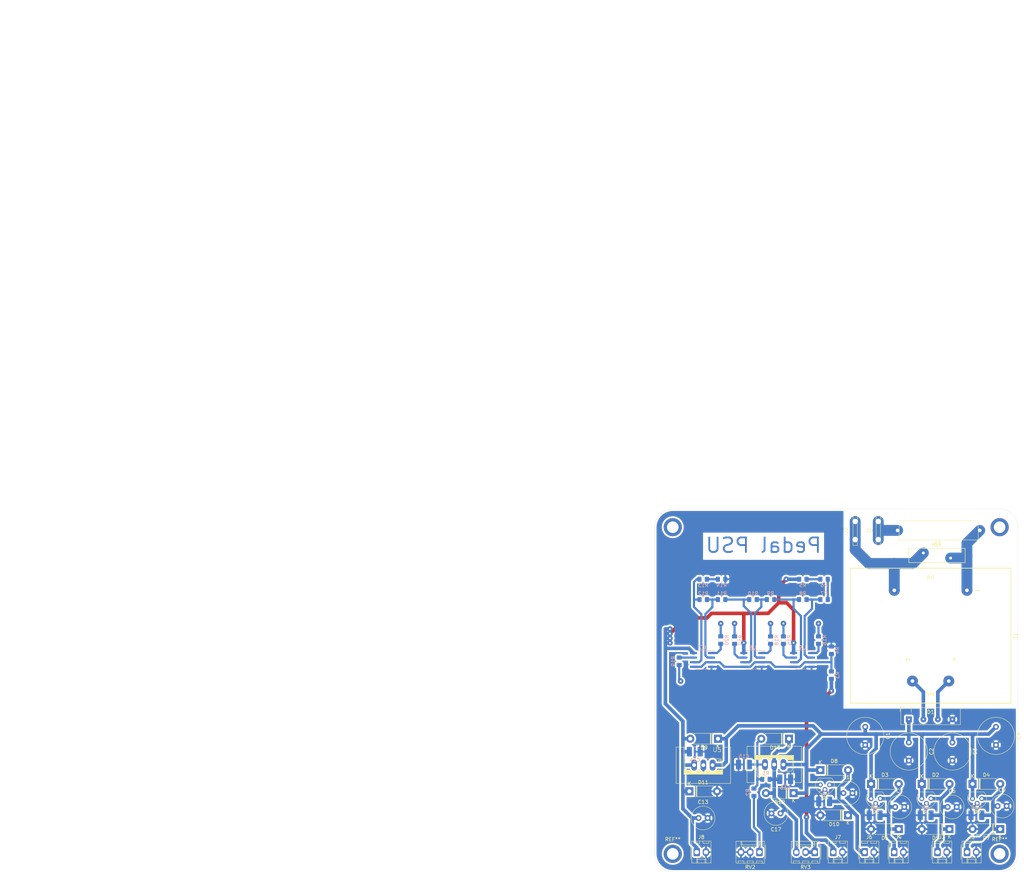
<source format=kicad_pcb>
(kicad_pcb (version 20171130) (host pcbnew 5.1.4+dfsg1-2)
  (layers (0 F.Cu signal) (31 B.Cu signal) (34 B.Paste user) (35 F.Paste user) (36 B.SilkS user) (37 F.SilkS user) (38 B.Mask user) (39 F.Mask user) (44 Edge.Cuts user))
  (net 0 "")
  (net 1 GND)
  (net 2 +12V)
  (net 3 +9V_3)
  (net 4 +9V_4)
  (net 5 +9V_2)
  (net 6 +9V_1)
  (net 7 +9V_5)
  (net 8 "Net-(C15-Pad1)")
  (net 9 "Net-(F1-Pad2)")
  (net 10 "Net-(F1-Pad1)")
  (net 11 "Net-(J2-Pad1)")
  (net 12 "Net-(R2-Pad2)")
  (net 13 V_SENSE)
  (net 14 +ADJV)
  (net 15 "Net-(R5-Pad2)")
  (net 16 "Net-(R6-Pad2)")
  (net 17 "Net-(R7-Pad2)")
  (net 18 "Net-(R8-Pad2)")
  (net 19 "Net-(R10-Pad1)")
  (net 20 "Net-(R10-Pad2)")
  (net 21 "Net-(R11-Pad2)")
  (net 22 "Net-(R12-Pad2)")
  (net 23 "Net-(R13-Pad2)")
  (net 24 "Net-(R15-Pad2)")
  (net 25 "Net-(R15-Pad1)")
  (net 26 "Net-(R16-Pad2)")
  (net 27 "Net-(R16-Pad1)")
  (net 28 "Net-(R17-Pad2)")
  (net 29 "Net-(R17-Pad1)")
  (net 30 "Net-(R18-Pad2)")
  (net 31 "Net-(R18-Pad1)")
  (net 32 "Net-(R19-Pad2)")
  (net 33 "Net-(R19-Pad1)")
  (net 34 "Net-(R20-Pad2)")
  (net 35 "Net-(R20-Pad1)")
  (net 36 "Net-(D1-Pad3)")
  (net 37 "Net-(D1-Pad2)")
  (net 38 /ADJ)
  (module Connector_Molex:Molex_KK-254_AE-6410-03A_1x03_P2.54mm_Vertical (layer F.Cu) (at 134.112 144.526 180)
    (fp_text reference RV3 (at 2.54 -4.12) (layer F.SilkS))
    (fp_text value 2K)
    (pad 3 thru_hole oval (at 5.08 0 180) (size 1.74 2.2) (drill 1.2) (layers *.Cu *.Mask) (net 38 /ADJ))
    (pad 2 thru_hole oval (at 2.54 0 180) (size 1.74 2.2) (drill 1.2) (layers *.Cu *.Mask) (net 14 +ADJV))
    (pad 1 thru_hole roundrect (at 0 0 180) (size 1.74 2.2) (drill 1.2) (layers *.Cu *.Mask) (roundrect_rratio 0.143678) (net 14 +ADJV))
  )
  (module Connector_Molex:Molex_KK-254_AE-6410-03A_1x03_P2.54mm_Vertical (layer F.Cu) (at 118.872 144.526 180)
    (fp_text reference RV2 (at 2.54 -4.12) (layer F.SilkS))
    (fp_text value 1K)
    (pad 3 thru_hole oval (at 5.08 0 180) (size 1.74 2.2) (drill 1.2) (layers *.Cu *.Mask) (net 1 GND))
    (pad 2 thru_hole oval (at 2.54 0 180) (size 1.74 2.2) (drill 1.2) (layers *.Cu *.Mask) (net 1 GND))
    (pad 1 thru_hole roundrect (at 0 0 180) (size 1.74 2.2) (drill 1.2) (layers *.Cu *.Mask) (roundrect_rratio 0.143678) (net 12 "Net-(R2-Pad2)"))
  )
  (module PartsStash:Transformer_V42AJ (layer F.Cu) (at 156 72.39 270)
    (fp_text reference T1 (at 12.5 -33.5 270) (layer F.SilkS))
    (fp_text value Transformer_1P_1S)
    (fp_text user 4 (at 19.05 -16.51 270) (layer F.SilkS))
    (fp_text user 3 (at 19.05 -3.81 270) (layer F.SilkS))
    (fp_text user Sec (at 28.5 -10) (layer F.SilkS))
    (fp_text user Pri (at -3.5 -10) (layer F.SilkS))
    (fp_text user 1 (at 0 -22.86 270) (layer F.SilkS))
    (pad 2 thru_hole circle (at 0 0 270) (size 3 3) (drill 1) (layers *.Cu *.Mask) (net 11 "Net-(J2-Pad1)"))
    (pad 1 thru_hole circle (at 0 -20 270) (size 3 3) (drill 1) (layers *.Cu *.Mask) (net 10 "Net-(F1-Pad1)"))
    (pad 4 thru_hole circle (at 25 -15 270) (size 3 3) (drill 1) (layers *.Cu *.Mask) (net 36 "Net-(D1-Pad3)"))
    (pad 3 thru_hole circle (at 25 -5 270) (size 3 3) (drill 1) (layers *.Cu *.Mask) (net 37 "Net-(D1-Pad2)"))
  )
  (module Connector:Banana_Jack_1Pin (layer F.Cu) (at 95 145)
    (fp_text reference REF** (at 0 -4) (layer F.SilkS))
    (fp_text value Banana_Jack_1Pin)
    (pad 1 thru_hole circle (at 0 0) (size 5 5) (drill 3.2) (layers *.Cu *.Mask))
  )
  (module Package_TO_SOT_THT:TO-92 (layer F.Cu) (at 180.086 129.794 180)
    (fp_text reference U3 (at 1.27 -3.56 180) (layer F.SilkS))
    (fp_text value LM78L09)
    (pad 1 thru_hole circle (at 0 0 270) (size 1.3 1.3) (drill 0.75) (layers *.Cu *.Mask) (net 5 +9V_2))
    (pad 3 thru_hole circle (at 2.54 0 270) (size 1.3 1.3) (drill 0.75) (layers *.Cu *.Mask) (net 2 +12V))
    (pad 2 thru_hole circle (at 1.27 -1.27 270) (size 1.3 1.3) (drill 0.75) (layers *.Cu *.Mask) (net 1 GND))
  )
  (module Package_TO_SOT_THT:TO-92 (layer F.Cu) (at 166.116 129.794 180)
    (fp_text reference U1 (at 1.27 -3.56 180) (layer F.SilkS))
    (fp_text value LM78L09)
    (pad 1 thru_hole circle (at 0 0 270) (size 1.3 1.3) (drill 0.75) (layers *.Cu *.Mask) (net 3 +9V_3))
    (pad 3 thru_hole circle (at 2.54 0 270) (size 1.3 1.3) (drill 0.75) (layers *.Cu *.Mask) (net 2 +12V))
    (pad 2 thru_hole circle (at 1.27 -1.27 270) (size 1.3 1.3) (drill 0.75) (layers *.Cu *.Mask) (net 1 GND))
  )
  (module Package_TO_SOT_THT:TO-92 (layer F.Cu) (at 138.176 125.984 180)
    (fp_text reference U4 (at 1.27 -3.56) (layer F.SilkS))
    (fp_text value LM78L09)
    (pad 1 thru_hole circle (at 0 0 270) (size 1.3 1.3) (drill 0.75) (layers *.Cu *.Mask) (net 6 +9V_1))
    (pad 3 thru_hole circle (at 2.54 0 270) (size 1.3 1.3) (drill 0.75) (layers *.Cu *.Mask) (net 2 +12V))
    (pad 2 thru_hole circle (at 1.27 -1.27 270) (size 1.3 1.3) (drill 0.75) (layers *.Cu *.Mask) (net 1 GND))
  )
  (module Package_TO_SOT_THT:TO-92 (layer F.Cu) (at 152.146 129.794 180)
    (fp_text reference U2 (at 1.27 -3.56 180) (layer F.SilkS))
    (fp_text value LM78L09)
    (pad 1 thru_hole circle (at 0 0 270) (size 1.3 1.3) (drill 0.75) (layers *.Cu *.Mask) (net 4 +9V_4))
    (pad 3 thru_hole circle (at 2.54 0 270) (size 1.3 1.3) (drill 0.75) (layers *.Cu *.Mask) (net 2 +12V))
    (pad 2 thru_hole circle (at 1.27 -1.27 270) (size 1.3 1.3) (drill 0.75) (layers *.Cu *.Mask) (net 1 GND))
  )
  (module Connector_Molex:Molex_KK-254_AE-6410-02A_1x02_P2.54mm_Vertical (layer F.Cu) (at 101.6 144.526)
    (fp_text reference J8 (at 1.27 -4.12) (layer F.SilkS))
    (fp_text value Conn_01x02_Male)
    (pad 2 thru_hole oval (at 2.54 0) (size 1.74 2.2) (drill 1.2) (layers *.Cu *.Mask) (net 1 GND))
    (pad 1 thru_hole roundrect (at 0 0) (size 1.74 2.2) (drill 1.2) (layers *.Cu *.Mask) (roundrect_rratio 0.143678) (net 7 +9V_5))
  )
  (module Connector_Molex:Molex_KK-254_AE-6410-02A_1x02_P2.54mm_Vertical (layer F.Cu) (at 139.192 144.526)
    (fp_text reference J7 (at 1.27 -4.12) (layer F.SilkS))
    (fp_text value Conn_01x02_Male)
    (pad 2 thru_hole oval (at 2.54 0) (size 1.74 2.2) (drill 1.2) (layers *.Cu *.Mask) (net 1 GND))
    (pad 1 thru_hole roundrect (at 0 0) (size 1.74 2.2) (drill 1.2) (layers *.Cu *.Mask) (roundrect_rratio 0.143678) (net 14 +ADJV))
  )
  (module Connector_Molex:Molex_KK-254_AE-6410-02A_1x02_P2.54mm_Vertical (layer F.Cu) (at 147.828 144.526)
    (fp_text reference J6 (at 1.27 -4.12) (layer F.SilkS))
    (fp_text value Conn_01x02_Male)
    (pad 2 thru_hole oval (at 2.54 0) (size 1.74 2.2) (drill 1.2) (layers *.Cu *.Mask) (net 1 GND))
    (pad 1 thru_hole roundrect (at 0 0) (size 1.74 2.2) (drill 1.2) (layers *.Cu *.Mask) (roundrect_rratio 0.143678) (net 6 +9V_1))
  )
  (module Connector_Molex:Molex_KK-254_AE-6410-02A_1x02_P2.54mm_Vertical (layer F.Cu) (at 176.022 144.526)
    (fp_text reference J5 (at 1.27 -4.12) (layer F.SilkS))
    (fp_text value Conn_01x02_Male)
    (pad 2 thru_hole oval (at 2.54 0) (size 1.74 2.2) (drill 1.2) (layers *.Cu *.Mask) (net 1 GND))
    (pad 1 thru_hole roundrect (at 0 0) (size 1.74 2.2) (drill 1.2) (layers *.Cu *.Mask) (roundrect_rratio 0.143678) (net 5 +9V_2))
  )
  (module Connector_Molex:Molex_KK-254_AE-6410-02A_1x02_P2.54mm_Vertical (layer F.Cu) (at 155.956 144.526)
    (fp_text reference J4 (at 1.27 -4.12) (layer F.SilkS))
    (fp_text value Conn_01x02_Male)
    (pad 2 thru_hole oval (at 2.54 0) (size 1.74 2.2) (drill 1.2) (layers *.Cu *.Mask) (net 1 GND))
    (pad 1 thru_hole roundrect (at 0 0) (size 1.74 2.2) (drill 1.2) (layers *.Cu *.Mask) (roundrect_rratio 0.143678) (net 4 +9V_4))
  )
  (module Connector_Molex:Molex_KK-254_AE-6410-02A_1x02_P2.54mm_Vertical (layer F.Cu) (at 167.894 144.526)
    (fp_text reference J3 (at 1.27 -4.12) (layer F.SilkS))
    (fp_text value Conn_01x02_Male)
    (pad 2 thru_hole oval (at 2.54 0) (size 1.74 2.2) (drill 1.2) (layers *.Cu *.Mask) (net 1 GND))
    (pad 1 thru_hole roundrect (at 0 0) (size 1.74 2.2) (drill 1.2) (layers *.Cu *.Mask) (roundrect_rratio 0.143678) (net 3 +9V_3))
  )
  (module PartsStash:TO220_Vertical_Radiator_L15mm_W10mm (layer F.Cu) (at 122.936 117.856)
    (fp_text reference U6 (at -5.08 6.0452) (layer F.SilkS) (effects (font (size 1.2065 1.2065) (thickness 0.127)) (justify left bottom)))
    (fp_text value LM317_3PinPackage)
    (pad 3 thru_hole oval (at 2.54 2.54 90) (size 3.048 1.524) (drill 1.016) (layers *.Cu *.Mask) (net 2 +12V))
    (pad 2 thru_hole oval (at 0 2.54 90) (size 3.048 1.524) (drill 1.016) (layers *.Cu *.Mask) (net 38 /ADJ))
    (pad 1 thru_hole oval (at -2.54 2.54 90) (size 3.048 1.524) (drill 1.016) (layers *.Cu *.Mask) (net 8 "Net-(C15-Pad1)"))
  )
  (module Diode_THT:D_DO-41_SOD81_P7.62mm_Horizontal (layer F.Cu) (at 127 113.284 180)
    (fp_text reference D13 (at 3.81 -2.47) (layer F.SilkS))
    (fp_text value 1N4001)
    (fp_text user K (at 0 -2.1) (layer F.SilkS))
    (pad 2 thru_hole oval (at 7.62 0 180) (size 2.2 2.2) (drill 1.1) (layers *.Cu *.Mask) (net 8 "Net-(C15-Pad1)"))
    (pad 1 thru_hole rect (at 0 0 180) (size 2.2 2.2) (drill 1.1) (layers *.Cu *.Mask) (net 38 /ADJ))
  )
  (module Diode_THT:D_DO-41_SOD81_P7.62mm_Horizontal (layer F.Cu) (at 128.27 128.27 180)
    (fp_text reference D12 (at 3.81 -2.47) (layer F.SilkS))
    (fp_text value 1N4001)
    (fp_text user K (at 0 -2.1) (layer F.SilkS))
    (pad 2 thru_hole oval (at 7.62 0 180) (size 2.2 2.2) (drill 1.1) (layers *.Cu *.Mask) (net 38 /ADJ))
    (pad 1 thru_hole rect (at 0 0 180) (size 2.2 2.2) (drill 1.1) (layers *.Cu *.Mask) (net 2 +12V))
  )
  (module Diode_THT:D_DO-41_SOD81_P7.62mm_Horizontal (layer F.Cu) (at 99.568 127.762)
    (fp_text reference D11 (at 3.81 -2.47) (layer F.SilkS))
    (fp_text value 1N4001)
    (fp_text user K (at 0 -2.1) (layer F.SilkS))
    (pad 2 thru_hole oval (at 7.62 0) (size 2.2 2.2) (drill 1.1) (layers *.Cu *.Mask) (net 1 GND))
    (pad 1 thru_hole rect (at 0 0) (size 2.2 2.2) (drill 1.1) (layers *.Cu *.Mask) (net 7 +9V_5))
  )
  (module Diode_THT:D_DO-41_SOD81_P7.62mm_Horizontal (layer F.Cu) (at 143.256 134.366 180)
    (fp_text reference D10 (at 3.81 -2.47) (layer F.SilkS))
    (fp_text value 1N4001)
    (fp_text user K (at 0 -2.1) (layer F.SilkS))
    (pad 2 thru_hole oval (at 7.62 0 180) (size 2.2 2.2) (drill 1.1) (layers *.Cu *.Mask) (net 1 GND))
    (pad 1 thru_hole rect (at 0 0 180) (size 2.2 2.2) (drill 1.1) (layers *.Cu *.Mask) (net 6 +9V_1))
  )
  (module Diode_THT:D_DO-41_SOD81_P7.62mm_Horizontal (layer F.Cu) (at 107.442 113.284 180)
    (fp_text reference D9 (at 3.81 -2.47) (layer F.SilkS))
    (fp_text value 1N4001)
    (fp_text user K (at 0 -2.1) (layer F.SilkS))
    (pad 2 thru_hole oval (at 7.62 0 180) (size 2.2 2.2) (drill 1.1) (layers *.Cu *.Mask) (net 7 +9V_5))
    (pad 1 thru_hole rect (at 0 0 180) (size 2.2 2.2) (drill 1.1) (layers *.Cu *.Mask) (net 2 +12V))
  )
  (module Diode_THT:D_DO-41_SOD81_P7.62mm_Horizontal (layer F.Cu) (at 135.636 121.92)
    (fp_text reference D8 (at 3.81 -2.47) (layer F.SilkS))
    (fp_text value 1N4001)
    (fp_text user K (at 0 -2.1) (layer F.SilkS))
    (pad 2 thru_hole oval (at 7.62 0) (size 2.2 2.2) (drill 1.1) (layers *.Cu *.Mask) (net 6 +9V_1))
    (pad 1 thru_hole rect (at 0 0) (size 2.2 2.2) (drill 1.1) (layers *.Cu *.Mask) (net 2 +12V))
  )
  (module Diode_THT:D_DO-41_SOD81_P7.62mm_Horizontal (layer F.Cu) (at 185.166 138.176 180)
    (fp_text reference D7 (at 3.81 -2.47) (layer F.SilkS))
    (fp_text value 1N4001)
    (fp_text user K (at 0 -2.1) (layer F.SilkS))
    (pad 2 thru_hole oval (at 7.62 0 180) (size 2.2 2.2) (drill 1.1) (layers *.Cu *.Mask) (net 1 GND))
    (pad 1 thru_hole rect (at 0 0 180) (size 2.2 2.2) (drill 1.1) (layers *.Cu *.Mask) (net 5 +9V_2))
  )
  (module Diode_THT:D_DO-41_SOD81_P7.62mm_Horizontal (layer F.Cu) (at 157.226 138.176 180)
    (fp_text reference D6 (at 3.81 -2.47) (layer F.SilkS))
    (fp_text value 1N4001)
    (fp_text user K (at 0 -2.1) (layer F.SilkS))
    (pad 2 thru_hole oval (at 7.62 0 180) (size 2.2 2.2) (drill 1.1) (layers *.Cu *.Mask) (net 1 GND))
    (pad 1 thru_hole rect (at 0 0 180) (size 2.2 2.2) (drill 1.1) (layers *.Cu *.Mask) (net 4 +9V_4))
  )
  (module Diode_THT:D_DO-41_SOD81_P7.62mm_Horizontal (layer F.Cu) (at 171.196 138.176 180)
    (fp_text reference D5 (at 3.81 -2.47) (layer F.SilkS))
    (fp_text value 1N4001)
    (fp_text user K (at 0 -2.1) (layer F.SilkS))
    (pad 2 thru_hole oval (at 7.62 0 180) (size 2.2 2.2) (drill 1.1) (layers *.Cu *.Mask) (net 1 GND))
    (pad 1 thru_hole rect (at 0 0 180) (size 2.2 2.2) (drill 1.1) (layers *.Cu *.Mask) (net 3 +9V_3))
  )
  (module Diode_THT:D_DO-41_SOD81_P7.62mm_Horizontal (layer F.Cu) (at 177.546 125.73)
    (fp_text reference D4 (at 3.81 -2.47) (layer F.SilkS))
    (fp_text value 1N4001)
    (fp_text user K (at 0 -2.1) (layer F.SilkS))
    (pad 2 thru_hole oval (at 7.62 0) (size 2.2 2.2) (drill 1.1) (layers *.Cu *.Mask) (net 5 +9V_2))
    (pad 1 thru_hole rect (at 0 0) (size 2.2 2.2) (drill 1.1) (layers *.Cu *.Mask) (net 2 +12V))
  )
  (module Diode_THT:D_DO-41_SOD81_P7.62mm_Horizontal (layer F.Cu) (at 149.606 125.73)
    (fp_text reference D3 (at 3.81 -2.47) (layer F.SilkS))
    (fp_text value 1N4001)
    (fp_text user K (at 0 -2.1) (layer F.SilkS))
    (pad 2 thru_hole oval (at 7.62 0) (size 2.2 2.2) (drill 1.1) (layers *.Cu *.Mask) (net 4 +9V_4))
    (pad 1 thru_hole rect (at 0 0) (size 2.2 2.2) (drill 1.1) (layers *.Cu *.Mask) (net 2 +12V))
  )
  (module Diode_THT:D_DO-41_SOD81_P7.62mm_Horizontal (layer F.Cu) (at 163.576 125.73)
    (fp_text reference D2 (at 3.81 -2.47) (layer F.SilkS))
    (fp_text value 1N4001)
    (fp_text user K (at 0 -2.1) (layer F.SilkS))
    (pad 2 thru_hole oval (at 7.62 0) (size 2.2 2.2) (drill 1.1) (layers *.Cu *.Mask) (net 3 +9V_3))
    (pad 1 thru_hole rect (at 0 0) (size 2.2 2.2) (drill 1.1) (layers *.Cu *.Mask) (net 2 +12V))
  )
  (module "" (layer F.Cu) (at 0 -90)
    (fp_text reference "" (at 185 145) (layer F.SilkS) (effects (font (size 1.27 1.27))))
    (fp_text value "" (at 185 145) (layer F.SilkS) (effects (font (size 1.27 1.27))))
    (pad 1 thru_hole circle (at 185 145) (size 5 5) (drill 3.2) (layers *.Cu *.Mask))
  )
  (module "" (layer F.Cu) (at -90 -90)
    (fp_text reference "" (at 185 145) (layer F.SilkS) (effects (font (size 1.27 1.27))))
    (fp_text value "" (at 185 145) (layer F.SilkS) (effects (font (size 1.27 1.27))))
    (pad 1 thru_hole circle (at 185 145) (size 5 5) (drill 3.2) (layers *.Cu *.Mask))
  )
  (module Connector:Banana_Jack_1Pin (layer F.Cu) (at 185 145)
    (fp_text reference REF** (at 0 -4) (layer F.SilkS))
    (fp_text value Banana_Jack_1Pin)
    (pad 1 thru_hole circle (at 0 0) (size 5 5) (drill 3.2) (layers *.Cu *.Mask))
  )
  (module PartsStash:Diode_Bridge_TELPOD_GB009_p4mm (layer F.Cu) (at 160 107.95)
    (fp_text reference D1 (at 6 -2) (layer F.SilkS))
    (fp_text value D_Bridge_+AA-)
    (pad 1 thru_hole rect (at 0 0) (size 1.6 1.6) (drill 0.5) (layers *.Cu *.Mask) (net 2 +12V))
    (pad 2 thru_hole circle (at 4 0) (size 1.6 1.6) (drill 0.5) (layers *.Cu *.Mask) (net 37 "Net-(D1-Pad2)"))
    (pad 3 thru_hole circle (at 8 0) (size 1.6 1.6) (drill 0.5) (layers *.Cu *.Mask) (net 36 "Net-(D1-Pad3)"))
    (pad 4 thru_hole circle (at 12 0) (size 1.6 1.6) (drill 0.5) (layers *.Cu *.Mask) (net 1 GND))
  )
  (module PartsStash:Blade_3866B.68 (layer F.Cu) (at 151.59 58.42 90)
    (fp_text reference J1 (at 2.54 -2.54 90) (layer F.SilkS))
    (fp_text value Conn_01x01_Male hide)
    (pad 1 thru_hole circle (at 0 0 90) (size 2.5 2.5) (drill 1.5) (layers *.Cu *.Mask) (net 9 "Net-(F1-Pad2)"))
    (pad 1 thru_hole circle (at 5 0 90) (size 2.54 2.54) (drill 1.5) (layers *.Cu *.Mask) (net 9 "Net-(F1-Pad2)"))
  )
  (module Package_SO:SOIC-8_3.9x4.9mm_P1.27mm (layer B.Cu) (at 130.745 91.567 180)
    (fp_text reference U9 (at 0 3.4) (layer B.SilkS) (effects (justify mirror)))
    (fp_text value LM358)
    (pad 8 smd roundrect (at 2.475 1.905 180) (size 1.95 0.6) (layers B.Cu B.Paste B.Mask) (net 7 +9V_5))
    (pad 7 smd roundrect (at 2.475 0.635 180) (size 1.95 0.6) (layers B.Cu B.Paste B.Mask) (net 25 "Net-(R15-Pad1)"))
    (pad 6 smd roundrect (at 2.475 -0.635 180) (size 1.95 0.6) (layers B.Cu B.Paste B.Mask) (net 18 "Net-(R8-Pad2)"))
    (pad 5 smd roundrect (at 2.475 -1.905 180) (size 1.95 0.6) (layers B.Cu B.Paste B.Mask) (net 13 V_SENSE))
    (pad 4 smd roundrect (at -2.475 -1.905 180) (size 1.95 0.6) (layers B.Cu B.Paste B.Mask) (net 1 GND))
    (pad 3 smd roundrect (at -2.475 -0.635 180) (size 1.95 0.6) (layers B.Cu B.Paste B.Mask) (net 13 V_SENSE))
    (pad 2 smd roundrect (at -2.475 0.635 180) (size 1.95 0.6) (layers B.Cu B.Paste B.Mask) (net 17 "Net-(R7-Pad2)"))
    (pad 1 smd roundrect (at -2.475 1.905 180) (size 1.95 0.6) (layers B.Cu B.Paste B.Mask) (net 27 "Net-(R16-Pad1)"))
  )
  (module Package_SO:SOIC-8_3.9x4.9mm_P1.27mm (layer B.Cu) (at 117.029 91.567 180)
    (fp_text reference U8 (at 0 3.4) (layer B.SilkS) (effects (justify mirror)))
    (fp_text value LM358)
    (pad 8 smd roundrect (at 2.475 1.905 180) (size 1.95 0.6) (layers B.Cu B.Paste B.Mask) (net 7 +9V_5))
    (pad 7 smd roundrect (at 2.475 0.635 180) (size 1.95 0.6) (layers B.Cu B.Paste B.Mask) (net 29 "Net-(R17-Pad1)"))
    (pad 6 smd roundrect (at 2.475 -0.635 180) (size 1.95 0.6) (layers B.Cu B.Paste B.Mask) (net 20 "Net-(R10-Pad2)"))
    (pad 5 smd roundrect (at 2.475 -1.905 180) (size 1.95 0.6) (layers B.Cu B.Paste B.Mask) (net 13 V_SENSE))
    (pad 4 smd roundrect (at -2.475 -1.905 180) (size 1.95 0.6) (layers B.Cu B.Paste B.Mask) (net 1 GND))
    (pad 3 smd roundrect (at -2.475 -0.635 180) (size 1.95 0.6) (layers B.Cu B.Paste B.Mask) (net 13 V_SENSE))
    (pad 2 smd roundrect (at -2.475 0.635 180) (size 1.95 0.6) (layers B.Cu B.Paste B.Mask) (net 19 "Net-(R10-Pad1)"))
    (pad 1 smd roundrect (at -2.475 1.905 180) (size 1.95 0.6) (layers B.Cu B.Paste B.Mask) (net 31 "Net-(R18-Pad1)"))
  )
  (module Package_SO:SOIC-8_3.9x4.9mm_P1.27mm (layer B.Cu) (at 103.189 91.567 180)
    (fp_text reference U7 (at 0 3.4) (layer B.SilkS) (effects (justify mirror)))
    (fp_text value LM358)
    (pad 8 smd roundrect (at 2.475 1.905 180) (size 1.95 0.6) (layers B.Cu B.Paste B.Mask) (net 7 +9V_5))
    (pad 7 smd roundrect (at 2.475 0.635 180) (size 1.95 0.6) (layers B.Cu B.Paste B.Mask) (net 33 "Net-(R19-Pad1)"))
    (pad 6 smd roundrect (at 2.475 -0.635 180) (size 1.95 0.6) (layers B.Cu B.Paste B.Mask) (net 22 "Net-(R12-Pad2)"))
    (pad 5 smd roundrect (at 2.475 -1.905 180) (size 1.95 0.6) (layers B.Cu B.Paste B.Mask) (net 13 V_SENSE))
    (pad 4 smd roundrect (at -2.475 -1.905 180) (size 1.95 0.6) (layers B.Cu B.Paste B.Mask) (net 1 GND))
    (pad 3 smd roundrect (at -2.475 -0.635 180) (size 1.95 0.6) (layers B.Cu B.Paste B.Mask) (net 13 V_SENSE))
    (pad 2 smd roundrect (at -2.475 0.635 180) (size 1.95 0.6) (layers B.Cu B.Paste B.Mask) (net 21 "Net-(R11-Pad2)"))
    (pad 1 smd roundrect (at -2.475 1.905 180) (size 1.95 0.6) (layers B.Cu B.Paste B.Mask) (net 35 "Net-(R20-Pad1)"))
  )
  (module PartsStash:TO220_Vertical_Radiator_L15mm_W10mm (layer F.Cu) (at 103.426 123.09 180)
    (fp_text reference U5 (at -5.08 6.0452) (layer F.SilkS) (effects (font (size 1.2065 1.2065) (thickness 0.127)) (justify right bottom)))
    (fp_text value LM7809_TO220)
    (pad 3 thru_hole oval (at 2.54 2.54 270) (size 3.048 1.524) (drill 1.016) (layers *.Cu *.Mask) (net 7 +9V_5))
    (pad 2 thru_hole oval (at 0 2.54 270) (size 3.048 1.524) (drill 1.016) (layers *.Cu *.Mask) (net 1 GND))
    (pad 1 thru_hole oval (at -2.54 2.54 270) (size 3.048 1.524) (drill 1.016) (layers *.Cu *.Mask) (net 2 +12V))
  )
  (module Varistor:RV_Disc_D15.5mm_W3.9mm_P7.5mm (layer F.Cu) (at 171.5 63.5 180)
    (fp_text reference RV1 (at 3.75 3.65) (layer F.SilkS))
    (fp_text value Varistor)
    (pad 2 thru_hole circle (at 7.5 1.4 180) (size 1.8 1.8) (drill 0.8) (layers *.Cu *.Mask) (net 11 "Net-(J2-Pad1)"))
    (pad 1 thru_hole circle (at 0 0 180) (size 1.8 1.8) (drill 0.8) (layers *.Cu *.Mask) (net 10 "Net-(F1-Pad1)"))
  )
  (module Resistor_SMD:R_0805_2012Metric_Pad1.15x1.40mm_HandSolder (layer B.Cu) (at 108.204 86.097 90)
    (fp_text reference R20 (at 0 1.65 90) (layer B.SilkS) (effects (justify mirror)))
    (fp_text value 470R)
    (pad 2 smd roundrect (at 1.025 0 90) (size 1.15 1.4) (layers B.Cu B.Paste B.Mask) (roundrect_rratio 0.217391) (net 34 "Net-(R20-Pad2)"))
    (pad 1 smd roundrect (at -1.025 0 90) (size 1.15 1.4) (layers B.Cu B.Paste B.Mask) (roundrect_rratio 0.217391) (net 35 "Net-(R20-Pad1)"))
  )
  (module Resistor_SMD:R_0805_2012Metric_Pad1.15x1.40mm_HandSolder (layer B.Cu) (at 96.774 91.948 270)
    (fp_text reference R19 (at 0 1.65 90) (layer B.SilkS) (effects (justify mirror)))
    (fp_text value 470R)
    (pad 2 smd roundrect (at 1.025 0 270) (size 1.15 1.4) (layers B.Cu B.Paste B.Mask) (roundrect_rratio 0.217391) (net 32 "Net-(R19-Pad2)"))
    (pad 1 smd roundrect (at -1.025 0 270) (size 1.15 1.4) (layers B.Cu B.Paste B.Mask) (roundrect_rratio 0.217391) (net 33 "Net-(R19-Pad1)"))
  )
  (module Resistor_SMD:R_0805_2012Metric_Pad1.15x1.40mm_HandSolder (layer B.Cu) (at 121.92 86.115 90)
    (fp_text reference R18 (at 0 1.65 90) (layer B.SilkS) (effects (justify mirror)))
    (fp_text value 470R)
    (pad 2 smd roundrect (at 1.025 0 90) (size 1.15 1.4) (layers B.Cu B.Paste B.Mask) (roundrect_rratio 0.217391) (net 30 "Net-(R18-Pad2)"))
    (pad 1 smd roundrect (at -1.025 0 90) (size 1.15 1.4) (layers B.Cu B.Paste B.Mask) (roundrect_rratio 0.217391) (net 31 "Net-(R18-Pad1)"))
  )
  (module Resistor_SMD:R_0805_2012Metric_Pad1.15x1.40mm_HandSolder (layer B.Cu) (at 112.014 86.115 90)
    (fp_text reference R17 (at 0 1.65 90) (layer B.SilkS) (effects (justify mirror)))
    (fp_text value 470R)
    (pad 2 smd roundrect (at 1.025 0 90) (size 1.15 1.4) (layers B.Cu B.Paste B.Mask) (roundrect_rratio 0.217391) (net 28 "Net-(R17-Pad2)"))
    (pad 1 smd roundrect (at -1.025 0 90) (size 1.15 1.4) (layers B.Cu B.Paste B.Mask) (roundrect_rratio 0.217391) (net 29 "Net-(R17-Pad1)"))
  )
  (module Resistor_SMD:R_0805_2012Metric_Pad1.15x1.40mm_HandSolder (layer B.Cu) (at 135.128 86.106 90)
    (fp_text reference R16 (at 0 1.65 90) (layer B.SilkS) (effects (justify mirror)))
    (fp_text value 470R)
    (pad 2 smd roundrect (at 1.025 0 90) (size 1.15 1.4) (layers B.Cu B.Paste B.Mask) (roundrect_rratio 0.217391) (net 26 "Net-(R16-Pad2)"))
    (pad 1 smd roundrect (at -1.025 0 90) (size 1.15 1.4) (layers B.Cu B.Paste B.Mask) (roundrect_rratio 0.217391) (net 27 "Net-(R16-Pad1)"))
  )
  (module Resistor_SMD:R_0805_2012Metric_Pad1.15x1.40mm_HandSolder (layer B.Cu) (at 125.476 86.115 90)
    (fp_text reference R15 (at 0 1.65 90) (layer B.SilkS) (effects (justify mirror)))
    (fp_text value 470R)
    (pad 2 smd roundrect (at 1.025 0 90) (size 1.15 1.4) (layers B.Cu B.Paste B.Mask) (roundrect_rratio 0.217391) (net 24 "Net-(R15-Pad2)"))
    (pad 1 smd roundrect (at -1.025 0 90) (size 1.15 1.4) (layers B.Cu B.Paste B.Mask) (roundrect_rratio 0.217391) (net 25 "Net-(R15-Pad1)"))
  )
  (module Resistor_SMD:R_0805_2012Metric_Pad1.15x1.40mm_HandSolder (layer B.Cu) (at 108.449 69.342)
    (fp_text reference R14 (at 0 1.65) (layer B.SilkS) (effects (justify mirror)))
    (fp_text value 100R)
    (pad 2 smd roundrect (at 1.025 0) (size 1.15 1.4) (layers B.Cu B.Paste B.Mask) (roundrect_rratio 0.217391) (net 1 GND))
    (pad 1 smd roundrect (at -1.025 0) (size 1.15 1.4) (layers B.Cu B.Paste B.Mask) (roundrect_rratio 0.217391) (net 23 "Net-(R13-Pad2)"))
  )
  (module Resistor_SMD:R_0805_2012Metric_Pad1.15x1.40mm_HandSolder (layer B.Cu) (at 103.369 69.342)
    (fp_text reference R13 (at 0 1.65) (layer B.SilkS) (effects (justify mirror)))
    (fp_text value 3k9)
    (pad 2 smd roundrect (at 1.025 0) (size 1.15 1.4) (layers B.Cu B.Paste B.Mask) (roundrect_rratio 0.217391) (net 23 "Net-(R13-Pad2)"))
    (pad 1 smd roundrect (at -1.025 0) (size 1.15 1.4) (layers B.Cu B.Paste B.Mask) (roundrect_rratio 0.217391) (net 22 "Net-(R12-Pad2)"))
  )
  (module Resistor_SMD:R_0805_2012Metric_Pad1.15x1.40mm_HandSolder (layer B.Cu) (at 103.387 74.93 180)
    (fp_text reference R12 (at 0 1.65) (layer B.SilkS) (effects (justify mirror)))
    (fp_text value 1k)
    (pad 2 smd roundrect (at 1.025 0 180) (size 1.15 1.4) (layers B.Cu B.Paste B.Mask) (roundrect_rratio 0.217391) (net 22 "Net-(R12-Pad2)"))
    (pad 1 smd roundrect (at -1.025 0 180) (size 1.15 1.4) (layers B.Cu B.Paste B.Mask) (roundrect_rratio 0.217391) (net 21 "Net-(R11-Pad2)"))
  )
  (module Resistor_SMD:R_0805_2012Metric_Pad1.15x1.40mm_HandSolder (layer B.Cu) (at 108.449 74.93 180)
    (fp_text reference R11 (at 0 1.65) (layer B.SilkS) (effects (justify mirror)))
    (fp_text value 1k)
    (pad 2 smd roundrect (at 1.025 0 180) (size 1.15 1.4) (layers B.Cu B.Paste B.Mask) (roundrect_rratio 0.217391) (net 21 "Net-(R11-Pad2)"))
    (pad 1 smd roundrect (at -1.025 0 180) (size 1.15 1.4) (layers B.Cu B.Paste B.Mask) (roundrect_rratio 0.217391) (net 20 "Net-(R10-Pad2)"))
  )
  (module Resistor_SMD:R_0805_2012Metric_Pad1.15x1.40mm_HandSolder (layer B.Cu) (at 117.094 74.93 180)
    (fp_text reference R10 (at 0 1.65) (layer B.SilkS) (effects (justify mirror)))
    (fp_text value 1k)
    (pad 2 smd roundrect (at 1.025 0 180) (size 1.15 1.4) (layers B.Cu B.Paste B.Mask) (roundrect_rratio 0.217391) (net 20 "Net-(R10-Pad2)"))
    (pad 1 smd roundrect (at -1.025 0 180) (size 1.15 1.4) (layers B.Cu B.Paste B.Mask) (roundrect_rratio 0.217391) (net 19 "Net-(R10-Pad1)"))
  )
  (module Resistor_SMD:R_0805_2012Metric_Pad1.15x1.40mm_HandSolder (layer B.Cu) (at 121.929 74.93 180)
    (fp_text reference R9 (at 0 1.65) (layer B.SilkS) (effects (justify mirror)))
    (fp_text value 1k)
    (pad 2 smd roundrect (at 1.025 0 180) (size 1.15 1.4) (layers B.Cu B.Paste B.Mask) (roundrect_rratio 0.217391) (net 19 "Net-(R10-Pad1)"))
    (pad 1 smd roundrect (at -1.025 0 180) (size 1.15 1.4) (layers B.Cu B.Paste B.Mask) (roundrect_rratio 0.217391) (net 18 "Net-(R8-Pad2)"))
  )
  (module Resistor_SMD:R_0805_2012Metric_Pad1.15x1.40mm_HandSolder (layer B.Cu) (at 130.801 74.93 180)
    (fp_text reference R8 (at 0 1.65) (layer B.SilkS) (effects (justify mirror)))
    (fp_text value 1k)
    (pad 2 smd roundrect (at 1.025 0 180) (size 1.15 1.4) (layers B.Cu B.Paste B.Mask) (roundrect_rratio 0.217391) (net 18 "Net-(R8-Pad2)"))
    (pad 1 smd roundrect (at -1.025 0 180) (size 1.15 1.4) (layers B.Cu B.Paste B.Mask) (roundrect_rratio 0.217391) (net 17 "Net-(R7-Pad2)"))
  )
  (module Resistor_SMD:R_0805_2012Metric_Pad1.15x1.40mm_HandSolder (layer B.Cu) (at 136.661 74.93 180)
    (fp_text reference R7 (at 0 1.65) (layer B.SilkS) (effects (justify mirror)))
    (fp_text value 1k2)
    (pad 2 smd roundrect (at 1.025 0 180) (size 1.15 1.4) (layers B.Cu B.Paste B.Mask) (roundrect_rratio 0.217391) (net 17 "Net-(R7-Pad2)"))
    (pad 1 smd roundrect (at -1.025 0 180) (size 1.15 1.4) (layers B.Cu B.Paste B.Mask) (roundrect_rratio 0.217391) (net 16 "Net-(R6-Pad2)"))
  )
  (module Resistor_SMD:R_0805_2012Metric_Pad1.15x1.40mm_HandSolder (layer B.Cu) (at 136.661 69.342)
    (fp_text reference R6 (at 0 1.65) (layer B.SilkS) (effects (justify mirror)))
    (fp_text value 3k9)
    (pad 2 smd roundrect (at 1.025 0) (size 1.15 1.4) (layers B.Cu B.Paste B.Mask) (roundrect_rratio 0.217391) (net 16 "Net-(R6-Pad2)"))
    (pad 1 smd roundrect (at -1.025 0) (size 1.15 1.4) (layers B.Cu B.Paste B.Mask) (roundrect_rratio 0.217391) (net 15 "Net-(R5-Pad2)"))
  )
  (module Resistor_SMD:R_0805_2012Metric_Pad1.15x1.40mm_HandSolder (layer B.Cu) (at 130.819 69.342)
    (fp_text reference R5 (at 0 1.65) (layer B.SilkS) (effects (justify mirror)))
    (fp_text value 3k9)
    (pad 2 smd roundrect (at 1.025 0) (size 1.15 1.4) (layers B.Cu B.Paste B.Mask) (roundrect_rratio 0.217391) (net 15 "Net-(R5-Pad2)"))
    (pad 1 smd roundrect (at -1.025 0) (size 1.15 1.4) (layers B.Cu B.Paste B.Mask) (roundrect_rratio 0.217391) (net 7 +9V_5))
  )
  (module Resistor_SMD:R_0805_2012Metric_Pad1.15x1.40mm_HandSolder (layer B.Cu) (at 138.684 88.9 90)
    (fp_text reference R4 (at 0 1.65 90) (layer B.SilkS) (effects (justify mirror)))
    (fp_text value 22k)
    (pad 2 smd roundrect (at 1.025 0 90) (size 1.15 1.4) (layers B.Cu B.Paste B.Mask) (roundrect_rratio 0.217391) (net 1 GND))
    (pad 1 smd roundrect (at -1.025 0 90) (size 1.15 1.4) (layers B.Cu B.Paste B.Mask) (roundrect_rratio 0.217391) (net 13 V_SENSE))
  )
  (module Resistor_SMD:R_0805_2012Metric_Pad1.15x1.40mm_HandSolder (layer B.Cu) (at 138.684 95.767 90)
    (fp_text reference R3 (at 0 1.65 90) (layer B.SilkS) (effects (justify mirror)))
    (fp_text value 22k)
    (pad 2 smd roundrect (at 1.025 0 90) (size 1.15 1.4) (layers B.Cu B.Paste B.Mask) (roundrect_rratio 0.217391) (net 13 V_SENSE))
    (pad 1 smd roundrect (at -1.025 0 90) (size 1.15 1.4) (layers B.Cu B.Paste B.Mask) (roundrect_rratio 0.217391) (net 14 +ADJV))
  )
  (module Resistor_SMD:R_0805_2012Metric_Pad1.15x1.40mm_HandSolder (layer B.Cu) (at 117.348 128.025 270)
    (fp_text reference R2 (at 0 1.65 270) (layer B.SilkS) (effects (justify mirror)))
    (fp_text value 470)
    (pad 2 smd roundrect (at 1.025 0 270) (size 1.15 1.4) (layers B.Cu B.Paste B.Mask) (roundrect_rratio 0.217391) (net 12 "Net-(R2-Pad2)"))
    (pad 1 smd roundrect (at -1.025 0 270) (size 1.15 1.4) (layers B.Cu B.Paste B.Mask) (roundrect_rratio 0.217391) (net 8 "Net-(C15-Pad1)"))
  )
  (module Resistor_SMD:R_0805_2012Metric_Pad1.15x1.40mm_HandSolder (layer B.Cu) (at 120.659 124.46 180)
    (fp_text reference R1 (at 0 1.65) (layer B.SilkS) (effects (justify mirror)))
    (fp_text value 270)
    (pad 2 smd roundrect (at 1.025 0 180) (size 1.15 1.4) (layers B.Cu B.Paste B.Mask) (roundrect_rratio 0.217391) (net 8 "Net-(C15-Pad1)"))
    (pad 1 smd roundrect (at -1.025 0 180) (size 1.15 1.4) (layers B.Cu B.Paste B.Mask) (roundrect_rratio 0.217391) (net 38 /ADJ))
  )
  (module PartsStash:Blade_3866B.68 (layer F.Cu) (at 145.24 58.42 90)
    (fp_text reference J2 (at 2.54 -2.54 90) (layer F.SilkS))
    (fp_text value Conn_01x01_Male hide)
    (pad 1 thru_hole circle (at 0 0 90) (size 2.5 2.5) (drill 1.5) (layers *.Cu *.Mask) (net 11 "Net-(J2-Pad1)"))
    (pad 1 thru_hole circle (at 5 0 90) (size 2.54 2.54) (drill 1.5) (layers *.Cu *.Mask) (net 11 "Net-(J2-Pad1)"))
  )
  (module PartsStash:Fuse-PTF15 (layer F.Cu) (at 179.53 55.88 180)
    (fp_text reference F1 (at 11.43 -3.5) (layer F.SilkS))
    (fp_text value Fuse)
    (pad 2 thru_hole circle (at 22.6 0 180) (size 2 2) (drill 1) (layers *.Cu *.Mask) (net 9 "Net-(F1-Pad2)"))
    (pad 1 thru_hole circle (at 0 0 180) (size 2 2) (drill 1) (layers *.Cu *.Mask) (net 10 "Net-(F1-Pad1)"))
  )
  (module Capacitor_THT:C_Radial_D6.3mm_H5.0mm_P2.50mm (layer F.Cu) (at 124.674 133.858 180)
    (fp_text reference C17 (at 1.25 -4.4) (layer F.SilkS))
    (fp_text value CP)
    (pad 2 thru_hole circle (at 2.5 0 180) (size 1.6 1.6) (drill 0.8) (layers *.Cu *.Mask) (net 1 GND))
    (pad 1 thru_hole circle (at 0 0 180) (size 1.6 1.6) (drill 0.8) (layers *.Cu *.Mask) (net 38 /ADJ))
  )
  (module Capacitor_SMD:C_1210_3225Metric_Pad1.42x2.65mm_HandSolder (layer B.Cu) (at 125.9475 124.46)
    (fp_text reference C16 (at 0 2.28) (layer B.SilkS) (effects (justify mirror)))
    (fp_text value 100n)
    (pad 2 smd roundrect (at 1.4875 0) (size 1.425 2.65) (layers B.Cu B.Paste B.Mask) (roundrect_rratio 0.175439) (net 1 GND))
    (pad 1 smd roundrect (at -1.4875 0) (size 1.425 2.65) (layers B.Cu B.Paste B.Mask) (roundrect_rratio 0.175439) (net 38 /ADJ))
  )
  (module Capacitor_SMD:C_1210_3225Metric_Pad1.42x2.65mm_HandSolder (layer B.Cu) (at 114.5905 120.396 180)
    (fp_text reference C15 (at 0 2.28 180) (layer B.SilkS) (effects (justify mirror)))
    (fp_text value 100n)
    (pad 2 smd roundrect (at 1.4875 0 180) (size 1.425 2.65) (layers B.Cu B.Paste B.Mask) (roundrect_rratio 0.175439) (net 1 GND))
    (pad 1 smd roundrect (at -1.4875 0 180) (size 1.425 2.65) (layers B.Cu B.Paste B.Mask) (roundrect_rratio 0.175439) (net 8 "Net-(C15-Pad1)"))
  )
  (module Capacitor_SMD:C_1210_3225Metric_Pad1.42x2.65mm_HandSolder (layer B.Cu) (at 101.0555 116.84)
    (fp_text reference C14 (at 0 2.28) (layer B.SilkS) (effects (justify mirror)))
    (fp_text value 100n)
    (pad 2 smd roundrect (at 1.4875 0) (size 1.425 2.65) (layers B.Cu B.Paste B.Mask) (roundrect_rratio 0.175439) (net 1 GND))
    (pad 1 smd roundrect (at -1.4875 0) (size 1.425 2.65) (layers B.Cu B.Paste B.Mask) (roundrect_rratio 0.175439) (net 7 +9V_5))
  )
  (module Capacitor_THT:C_Radial_D6.3mm_H5.0mm_P2.50mm (layer F.Cu) (at 102.108 135.128)
    (fp_text reference C13 (at 1.25 -4.4) (layer F.SilkS))
    (fp_text value CP)
    (pad 2 thru_hole circle (at 2.5 0) (size 1.6 1.6) (drill 0.8) (layers *.Cu *.Mask) (net 1 GND))
    (pad 1 thru_hole circle (at 0 0) (size 1.6 1.6) (drill 0.8) (layers *.Cu *.Mask) (net 7 +9V_5))
  )
  (module Capacitor_SMD:C_1210_3225Metric_Pad1.42x2.65mm_HandSolder (layer B.Cu) (at 136.6885 130.556 180)
    (fp_text reference C12 (at 0 2.28) (layer B.SilkS) (effects (justify mirror)))
    (fp_text value 100n)
    (pad 2 smd roundrect (at 1.4875 0 180) (size 1.425 2.65) (layers B.Cu B.Paste B.Mask) (roundrect_rratio 0.175439) (net 1 GND))
    (pad 1 smd roundrect (at -1.4875 0 180) (size 1.425 2.65) (layers B.Cu B.Paste B.Mask) (roundrect_rratio 0.175439) (net 6 +9V_1))
  )
  (module Capacitor_THT:C_Radial_D6.3mm_H5.0mm_P2.50mm (layer F.Cu) (at 141.986 128.27)
    (fp_text reference C11 (at 1.25 -4.4) (layer F.SilkS))
    (fp_text value CP)
    (pad 2 thru_hole circle (at 2.5 0) (size 1.6 1.6) (drill 0.8) (layers *.Cu *.Mask) (net 1 GND))
    (pad 1 thru_hole circle (at 0 0) (size 1.6 1.6) (drill 0.8) (layers *.Cu *.Mask) (net 6 +9V_1))
  )
  (module Capacitor_SMD:C_1210_3225Metric_Pad1.42x2.65mm_HandSolder (layer B.Cu) (at 178.5985 134.366 180)
    (fp_text reference C10 (at 0 2.28) (layer B.SilkS) (effects (justify mirror)))
    (fp_text value 100n)
    (pad 2 smd roundrect (at 1.4875 0 180) (size 1.425 2.65) (layers B.Cu B.Paste B.Mask) (roundrect_rratio 0.175439) (net 1 GND))
    (pad 1 smd roundrect (at -1.4875 0 180) (size 1.425 2.65) (layers B.Cu B.Paste B.Mask) (roundrect_rratio 0.175439) (net 5 +9V_2))
  )
  (module Capacitor_THT:C_Radial_D6.3mm_H5.0mm_P2.50mm (layer F.Cu) (at 184.444 131.826)
    (fp_text reference C9 (at 1.25 -4.4) (layer F.SilkS))
    (fp_text value CP)
    (pad 2 thru_hole circle (at 2.5 0) (size 1.6 1.6) (drill 0.8) (layers *.Cu *.Mask) (net 1 GND))
    (pad 1 thru_hole circle (at 0 0) (size 1.6 1.6) (drill 0.8) (layers *.Cu *.Mask) (net 5 +9V_2))
  )
  (module Capacitor_THT:C_Radial_D10.0mm_H12.5mm_P5.00mm (layer F.Cu) (at 184 110 270)
    (fp_text reference C4 (at 2.5 -6.25 90) (layer F.SilkS))
    (fp_text value CP)
    (pad 2 thru_hole circle (at 5 0 270) (size 1.6 1.6) (drill 0.8) (layers *.Cu *.Mask) (net 1 GND))
    (pad 1 thru_hole circle (at 0 0 270) (size 1.6 1.6) (drill 0.8) (layers *.Cu *.Mask) (net 2 +12V))
  )
  (module Capacitor_SMD:C_1210_3225Metric_Pad1.42x2.65mm_HandSolder (layer B.Cu) (at 150.5855 134.366 180)
    (fp_text reference C8 (at 0 2.28) (layer B.SilkS) (effects (justify mirror)))
    (fp_text value 100n)
    (pad 2 smd roundrect (at 1.4875 0 180) (size 1.425 2.65) (layers B.Cu B.Paste B.Mask) (roundrect_rratio 0.175439) (net 1 GND))
    (pad 1 smd roundrect (at -1.4875 0 180) (size 1.425 2.65) (layers B.Cu B.Paste B.Mask) (roundrect_rratio 0.175439) (net 4 +9V_4))
  )
  (module Capacitor_SMD:C_1210_3225Metric_Pad1.42x2.65mm_HandSolder (layer B.Cu) (at 164.6285 134.366 180)
    (fp_text reference C6 (at 0 2.28) (layer B.SilkS) (effects (justify mirror)))
    (fp_text value 100n)
    (pad 2 smd roundrect (at 1.4875 0 180) (size 1.425 2.65) (layers B.Cu B.Paste B.Mask) (roundrect_rratio 0.175439) (net 1 GND))
    (pad 1 smd roundrect (at -1.4875 0 180) (size 1.425 2.65) (layers B.Cu B.Paste B.Mask) (roundrect_rratio 0.175439) (net 3 +9V_3))
  )
  (module Capacitor_THT:C_Radial_D10.0mm_H12.5mm_P5.00mm (layer F.Cu) (at 172 114.3 270)
    (fp_text reference C3 (at 2.5 -6.25 90) (layer F.SilkS))
    (fp_text value CP)
    (pad 2 thru_hole circle (at 5 0 270) (size 1.6 1.6) (drill 0.8) (layers *.Cu *.Mask) (net 1 GND))
    (pad 1 thru_hole circle (at 0 0 270) (size 1.6 1.6) (drill 0.8) (layers *.Cu *.Mask) (net 2 +12V))
  )
  (module Capacitor_THT:C_Radial_D6.3mm_H5.0mm_P2.50mm (layer F.Cu) (at 156.25 132.08)
    (fp_text reference C7 (at 1.25 -4.4) (layer F.SilkS))
    (fp_text value CP)
    (pad 2 thru_hole circle (at 2.5 0) (size 1.6 1.6) (drill 0.8) (layers *.Cu *.Mask) (net 1 GND))
    (pad 1 thru_hole circle (at 0 0) (size 1.6 1.6) (drill 0.8) (layers *.Cu *.Mask) (net 4 +9V_4))
  )
  (module Capacitor_THT:C_Radial_D6.3mm_H5.0mm_P2.50mm (layer F.Cu) (at 170.688 132.08)
    (fp_text reference C5 (at 1.25 -4.4) (layer F.SilkS))
    (fp_text value CP)
    (pad 2 thru_hole circle (at 2.5 0) (size 1.6 1.6) (drill 0.8) (layers *.Cu *.Mask) (net 1 GND))
    (pad 1 thru_hole circle (at 0 0) (size 1.6 1.6) (drill 0.8) (layers *.Cu *.Mask) (net 3 +9V_3))
  )
  (module Capacitor_THT:C_Radial_D10.0mm_H12.5mm_P5.00mm (layer F.Cu) (at 160 114.3 270)
    (fp_text reference C2 (at 2.5 -6.25 90) (layer F.SilkS))
    (fp_text value CP)
    (pad 2 thru_hole circle (at 5 0 270) (size 1.6 1.6) (drill 0.8) (layers *.Cu *.Mask) (net 1 GND))
    (pad 1 thru_hole circle (at 0 0 270) (size 1.6 1.6) (drill 0.8) (layers *.Cu *.Mask) (net 2 +12V))
  )
  (module Capacitor_THT:C_Radial_D10.0mm_H12.5mm_P5.00mm (layer F.Cu) (at 148 110 270)
    (fp_text reference C1 (at 2.5 -6.25 90) (layer F.SilkS))
    (fp_text value CP)
    (pad 2 thru_hole circle (at 5 0 270) (size 1.6 1.6) (drill 0.8) (layers *.Cu *.Mask) (net 1 GND))
    (pad 1 thru_hole circle (at 0 0 270) (size 1.6 1.6) (drill 0.8) (layers *.Cu *.Mask) (net 2 +12V))
  )
  (gr_text "Pedal PSU" (at 120 60) (layer B.Cu) (effects (font (size 4 4) (thickness 0.5)) (justify mirror)))
  (gr_arc (start 185 55) (end 190 55) (angle -90) (layer Edge.Cuts) (width 0.05))
  (gr_arc (start 95 55) (end 95 50) (angle -90) (layer Edge.Cuts) (width 0.05))
  (gr_arc (start 95 145) (end 90 145) (angle -90) (layer Edge.Cuts) (width 0.05))
  (gr_arc (start 185 145) (end 185 150) (angle -90) (layer Edge.Cuts) (width 0.05))
  (gr_line (start 90 145) (end 90 55) (layer Edge.Cuts) (width 0.05))
  (gr_line (start 185 150) (end 95 150) (layer Edge.Cuts) (width 0.05))
  (gr_line (start 190 55) (end 190 145) (layer Edge.Cuts) (width 0.05))
  (gr_line (start 95 50) (end 185 50) (layer Edge.Cuts) (width 0.05))
  (segment (start 177.546 125.73) (end 177.546 129.794) (width 1) (layer B.Cu) (net 2))
  (segment (start 163.576 125.73) (end 163.576 129.794) (width 1) (layer B.Cu) (net 2))
  (segment (start 149.606 125.73) (end 149.606 129.794) (width 1) (layer B.Cu) (net 2))
  (segment (start 160 107.95) (end 160 112) (width 1) (layer B.Cu) (net 2))
  (segment (start 160 112) (end 160 114.3) (width 1) (layer B.Cu) (net 2))
  (segment (start 182 112) (end 184 110) (width 1) (layer B.Cu) (net 2))
  (segment (start 172 114.3) (end 172 112) (width 1) (layer B.Cu) (net 2))
  (segment (start 148 110) (end 148 112) (width 1) (layer B.Cu) (net 2))
  (segment (start 163.576 112.424) (end 164 112) (width 1) (layer B.Cu) (net 2))
  (segment (start 163.576 125.73) (end 163.576 112.424) (width 1) (layer B.Cu) (net 2))
  (segment (start 160 112) (end 164 112) (width 1) (layer B.Cu) (net 2))
  (segment (start 164 112) (end 172 112) (width 1) (layer B.Cu) (net 2))
  (segment (start 177.546 112.454) (end 178 112) (width 1) (layer B.Cu) (net 2))
  (segment (start 177.546 125.73) (end 177.546 112.454) (width 1) (layer B.Cu) (net 2))
  (segment (start 172 112) (end 178 112) (width 1) (layer B.Cu) (net 2))
  (segment (start 178 112) (end 182 112) (width 1) (layer B.Cu) (net 2))
  (segment (start 149.606 125.73) (end 149.606 117.394) (width 1) (layer B.Cu) (net 2))
  (segment (start 151 116) (end 151 112) (width 1) (layer B.Cu) (net 2))
  (segment (start 149.606 117.394) (end 151 116) (width 1) (layer B.Cu) (net 2))
  (segment (start 148 112) (end 151 112) (width 1) (layer B.Cu) (net 2))
  (segment (start 151 112) (end 160 112) (width 1) (layer B.Cu) (net 2))
  (segment (start 135.904 112) (end 148 112) (width 1) (layer B.Cu) (net 2))
  (segment (start 131.826 116.078) (end 135.904 112) (width 1) (layer B.Cu) (net 2))
  (segment (start 131.826 125.73) (end 131.826 123.698) (width 1) (layer B.Cu) (net 2))
  (segment (start 131.758 128.27) (end 131.826 128.202) (width 1) (layer B.Cu) (net 2))
  (segment (start 128.27 128.27) (end 131.758 128.27) (width 1) (layer B.Cu) (net 2))
  (segment (start 125.476 120.396) (end 131.826 120.396) (width 1) (layer B.Cu) (net 2))
  (segment (start 131.826 120.396) (end 131.826 116.078) (width 1) (layer B.Cu) (net 2))
  (segment (start 108.812 120.55) (end 105.966 120.55) (width 1) (layer B.Cu) (net 2))
  (segment (start 109.728 119.634) (end 108.812 120.55) (width 1) (layer B.Cu) (net 2))
  (segment (start 107.442 113.284) (end 109.728 113.284) (width 1) (layer B.Cu) (net 2))
  (segment (start 109.728 113.284) (end 109.728 119.634) (width 1) (layer B.Cu) (net 2))
  (segment (start 109.728 113.03) (end 109.728 113.284) (width 1) (layer B.Cu) (net 2))
  (segment (start 113.03 109.728) (end 109.728 113.03) (width 1) (layer B.Cu) (net 2))
  (segment (start 135.904 112) (end 135.876 112) (width 1) (layer B.Cu) (net 2))
  (segment (start 133.604 109.728) (end 113.03 109.728) (width 1) (layer B.Cu) (net 2))
  (segment (start 135.876 112) (end 133.604 109.728) (width 1) (layer B.Cu) (net 2))
  (segment (start 133.536 121.92) (end 131.826 121.92) (width 1) (layer B.Cu) (net 2))
  (segment (start 135.636 121.92) (end 133.536 121.92) (width 1) (layer B.Cu) (net 2))
  (segment (start 131.826 123.698) (end 131.826 121.92) (width 1) (layer B.Cu) (net 2))
  (segment (start 131.826 121.92) (end 131.826 120.396) (width 1) (layer B.Cu) (net 2))
  (segment (start 134.716762 125.984) (end 131.826 125.984) (width 1) (layer B.Cu) (net 2))
  (segment (start 131.826 128.202) (end 131.826 125.984) (width 1) (layer B.Cu) (net 2))
  (segment (start 135.636 125.984) (end 134.716762 125.984) (width 1) (layer B.Cu) (net 2))
  (segment (start 131.826 125.984) (end 131.826 125.73) (width 1) (layer B.Cu) (net 2))
  (segment (start 171.196 125.73) (end 171.196 127.508) (width 1) (layer B.Cu) (net 3))
  (segment (start 168.91 129.794) (end 166.116 129.794) (width 1) (layer B.Cu) (net 3))
  (segment (start 171.196 127.508) (end 168.91 129.794) (width 1) (layer B.Cu) (net 3))
  (segment (start 169.164 132.08) (end 168.91 132.334) (width 1) (layer B.Cu) (net 3))
  (segment (start 170.688 132.08) (end 169.164 132.08) (width 1) (layer B.Cu) (net 3))
  (segment (start 168.91 129.794) (end 168.91 132.334) (width 1) (layer B.Cu) (net 3))
  (segment (start 168.91 132.334) (end 168.91 134.112) (width 1) (layer B.Cu) (net 3))
  (segment (start 168.91 134.112) (end 168.91 137.922) (width 1) (layer B.Cu) (net 3))
  (segment (start 168.656 134.366) (end 168.91 134.112) (width 1) (layer B.Cu) (net 3))
  (segment (start 166.116 134.366) (end 168.656 134.366) (width 1) (layer B.Cu) (net 3))
  (segment (start 168.91 137.99) (end 168.91 137.922) (width 1) (layer B.Cu) (net 3))
  (segment (start 169.096 138.176) (end 168.91 137.99) (width 1) (layer B.Cu) (net 3))
  (segment (start 171.196 138.176) (end 169.096 138.176) (width 1) (layer B.Cu) (net 3))
  (segment (start 167.894 144.526) (end 167.894 141.986) (width 1) (layer B.Cu) (net 3))
  (segment (start 168.91 140.97) (end 168.91 137.99) (width 1) (layer B.Cu) (net 3))
  (segment (start 167.894 141.986) (end 168.91 140.97) (width 1) (layer B.Cu) (net 3))
  (segment (start 157.226 125.73) (end 157.226 127.762) (width 1) (layer B.Cu) (net 4))
  (segment (start 157.226 127.762) (end 155.194 129.794) (width 1) (layer B.Cu) (net 4))
  (segment (start 154.432 129.794) (end 152.146 129.794) (width 1) (layer B.Cu) (net 4))
  (segment (start 155.194 129.794) (end 154.432 129.794) (width 1) (layer B.Cu) (net 4))
  (segment (start 152.073 134.366) (end 154.432 134.366) (width 1) (layer B.Cu) (net 4))
  (segment (start 155.11863 132.08) (end 154.432 132.08) (width 1) (layer B.Cu) (net 4))
  (segment (start 154.432 129.794) (end 154.432 132.08) (width 1) (layer B.Cu) (net 4))
  (segment (start 154.432 132.08) (end 154.432 134.366) (width 1) (layer B.Cu) (net 4))
  (segment (start 157.226 138.176) (end 154.432 138.176) (width 1) (layer B.Cu) (net 4))
  (segment (start 154.432 134.366) (end 154.432 138.176) (width 1) (layer B.Cu) (net 4))
  (segment (start 156.25 132.08) (end 155.11863 132.08) (width 1) (layer B.Cu) (net 4))
  (segment (start 154.432 140.208) (end 154.432 138.176) (width 1) (layer B.Cu) (net 4))
  (segment (start 155.956 144.526) (end 155.956 141.732) (width 1) (layer B.Cu) (net 4))
  (segment (start 155.956 141.732) (end 154.432 140.208) (width 1) (layer B.Cu) (net 4))
  (segment (start 185.166 125.73) (end 185.166 127.762) (width 1) (layer B.Cu) (net 5))
  (segment (start 183.134 129.794) (end 180.086 129.794) (width 1) (layer B.Cu) (net 5))
  (segment (start 185.166 127.762) (end 183.134 129.794) (width 1) (layer B.Cu) (net 5))
  (segment (start 183.134 134.112) (end 182.88 134.366) (width 1) (layer B.Cu) (net 5))
  (segment (start 182.88 134.366) (end 180.086 134.366) (width 1) (layer B.Cu) (net 5))
  (segment (start 183.31263 131.826) (end 183.134 131.64737) (width 1) (layer B.Cu) (net 5))
  (segment (start 184.444 131.826) (end 183.31263 131.826) (width 1) (layer B.Cu) (net 5))
  (segment (start 183.134 129.794) (end 183.134 131.572) (width 1) (layer B.Cu) (net 5))
  (segment (start 183.134 131.64737) (end 183.134 131.572) (width 1) (layer B.Cu) (net 5))
  (segment (start 183.134 131.572) (end 183.134 133.604) (width 1) (layer B.Cu) (net 5))
  (segment (start 183.134 133.604) (end 183.134 134.112) (width 1) (layer B.Cu) (net 5))
  (segment (start 183.642 138.176) (end 183.134 137.668) (width 1) (layer B.Cu) (net 5))
  (segment (start 185.166 138.176) (end 183.642 138.176) (width 1) (layer B.Cu) (net 5))
  (segment (start 183.134 137.484) (end 183.134 136.652) (width 1) (layer B.Cu) (net 5))
  (segment (start 183.134 137.668) (end 183.134 136.652) (width 1) (layer B.Cu) (net 5))
  (segment (start 183.134 136.652) (end 183.134 133.604) (width 1) (layer B.Cu) (net 5))
  (segment (start 179.832 140.97) (end 183.134 137.668) (width 1) (layer B.Cu) (net 5))
  (segment (start 177.292 140.97) (end 179.832 140.97) (width 1) (layer B.Cu) (net 5))
  (segment (start 176.022 144.526) (end 176.022 142.24) (width 1) (layer B.Cu) (net 5))
  (segment (start 176.022 142.24) (end 177.292 140.97) (width 1) (layer B.Cu) (net 5))
  (segment (start 143.256 121.92) (end 143.256 124.46) (width 1) (layer B.Cu) (net 6))
  (segment (start 143.256 124.46) (end 141.732 125.984) (width 1) (layer B.Cu) (net 6))
  (segment (start 141.8 130.556) (end 143.256 132.012) (width 1) (layer B.Cu) (net 6))
  (segment (start 140.716 130.302) (end 140.462 130.556) (width 1) (layer B.Cu) (net 6))
  (segment (start 141.732 125.984) (end 140.716 125.984) (width 1) (layer B.Cu) (net 6))
  (segment (start 140.716 125.984) (end 138.176 125.984) (width 1) (layer B.Cu) (net 6))
  (segment (start 138.176 130.556) (end 140.462 130.556) (width 1) (layer B.Cu) (net 6))
  (segment (start 140.462 130.556) (end 141.8 130.556) (width 1) (layer B.Cu) (net 6))
  (segment (start 140.716 128.40863) (end 140.716 128.524) (width 1) (layer B.Cu) (net 6))
  (segment (start 141.986 128.27) (end 140.85463 128.27) (width 1) (layer B.Cu) (net 6))
  (segment (start 140.716 125.984) (end 140.716 128.524) (width 1) (layer B.Cu) (net 6))
  (segment (start 140.85463 128.27) (end 140.716 128.40863) (width 1) (layer B.Cu) (net 6))
  (segment (start 140.716 128.524) (end 140.716 130.302) (width 1) (layer B.Cu) (net 6))
  (segment (start 143.256 132.012) (end 143.256 132.08) (width 1) (layer B.Cu) (net 6))
  (segment (start 143.256 134.366) (end 144.399 133.223) (width 1) (layer B.Cu) (net 6))
  (segment (start 143.256 132.08) (end 144.399 133.223) (width 1) (layer B.Cu) (net 6))
  (segment (start 145.796 143.464) (end 145.796 134.62) (width 1) (layer B.Cu) (net 6))
  (segment (start 146.858 144.526) (end 145.796 143.464) (width 1) (layer B.Cu) (net 6))
  (segment (start 145.796 134.62) (end 144.399 133.223) (width 1) (layer B.Cu) (net 6))
  (segment (start 147.828 144.526) (end 146.858 144.526) (width 1) (layer B.Cu) (net 6))
  (segment (start 97.89 120.55) (end 97.79 120.65) (width 1) (layer B.Cu) (net 7))
  (segment (start 100.886 120.55) (end 97.89 120.55) (width 1) (layer B.Cu) (net 7))
  (segment (start 99.568 116.84) (end 97.79 116.84) (width 1) (layer B.Cu) (net 7))
  (segment (start 97.79 116.84) (end 97.79 120.65) (width 1) (layer B.Cu) (net 7))
  (segment (start 99.822 113.284) (end 97.79 113.284) (width 1) (layer B.Cu) (net 7))
  (segment (start 97.79 113.284) (end 97.79 116.84) (width 1) (layer B.Cu) (net 7))
  (segment (start 97.79 120.65) (end 97.79 127.508) (width 1) (layer B.Cu) (net 7))
  (segment (start 98.044 127.762) (end 99.568 127.762) (width 1) (layer B.Cu) (net 7))
  (segment (start 97.79 127.508) (end 98.044 127.762) (width 1) (layer B.Cu) (net 7))
  (segment (start 128.27 89.662) (end 128.27 86.868) (width 1) (layer B.Cu) (net 7))
  (segment (start 114.554 89.662) (end 114.554 86.868) (width 1) (layer B.Cu) (net 7))
  (segment (start 97.79 113.284) (end 97.79 108.458) (width 1) (layer B.Cu) (net 7))
  (segment (start 97.79 108.458) (end 92.964 103.632) (width 1) (layer B.Cu) (net 7))
  (segment (start 92.964 86.868) (end 92.964 85.598) (width 1) (layer B.Cu) (net 7))
  (segment (start 99.444 88.392) (end 93.218 88.392) (width 1) (layer B.Cu) (net 7))
  (segment (start 93.218 88.392) (end 92.964 88.646) (width 1) (layer B.Cu) (net 7))
  (segment (start 100.714 89.662) (end 99.444 88.392) (width 1) (layer B.Cu) (net 7))
  (segment (start 92.964 103.632) (end 92.964 88.646) (width 1) (layer B.Cu) (net 7))
  (segment (start 92.964 88.646) (end 92.964 86.868) (width 1) (layer B.Cu) (net 7))
  (segment (start 92.964 86.868) (end 94.234 86.868) (width 1) (layer B.Cu) (net 7))
  (segment (start 92.964 85.598) (end 94.234 85.598) (width 1) (layer B.Cu) (net 7))
  (segment (start 92.964 84.328) (end 94.234 84.328) (width 1) (layer B.Cu) (net 7))
  (segment (start 92.964 85.598) (end 92.964 84.328) (width 1) (layer B.Cu) (net 7))
  (segment (start 129.794 69.342) (end 129.119 69.342) (width 1) (layer B.Cu) (net 7))
  (via (at 126.238 69.342) (size 1.5) (drill 0.5) (layers F.Cu B.Cu) (net 7))
  (via (at 128.27 86.868) (size 1.5) (drill 0.5) (layers F.Cu B.Cu) (net 7))
  (via (at 114.554 86.868) (size 1.5) (drill 0.5) (layers F.Cu B.Cu) (net 7))
  (via (at 94.234 86.868) (size 1.5) (drill 0.5) (layers F.Cu B.Cu) (net 7))
  (via (at 94.234 85.598) (size 1.5) (drill 0.5) (layers F.Cu B.Cu) (net 7))
  (via (at 94.234 84.328) (size 1.5) (drill 0.5) (layers F.Cu B.Cu) (net 7))
  (segment (start 92.964 84.328) (end 92.964 83.058) (width 1) (layer B.Cu) (net 7))
  (segment (start 92.964 83.058) (end 94.234 83.058) (width 1) (layer B.Cu) (net 7))
  (via (at 94.234 83.058) (size 1.5) (drill 0.5) (layers F.Cu B.Cu) (net 7))
  (segment (start 129.119 69.342) (end 126.238 69.342) (width 1) (layer B.Cu) (net 7))
  (segment (start 126.238 69.342) (end 126.238 69.342) (width 1) (layer B.Cu) (net 7))
  (segment (start 94.234 83.058) (end 94.234 83.058) (width 1) (layer B.Cu) (net 7))
  (segment (start 94.234 85.598) (end 94.234 85.598) (width 1) (layer B.Cu) (net 7))
  (segment (start 94.234 84.328) (end 94.234 84.328) (width 1) (layer B.Cu) (net 7))
  (segment (start 114.554 86.868) (end 114.554 86.868) (width 1) (layer B.Cu) (net 7))
  (segment (start 114.554 86.868) (end 114.554 86.868) (width 1) (layer B.Cu) (net 7))
  (segment (start 94.234 86.868) (end 94.234 86.868) (width 1) (layer B.Cu) (net 7))
  (segment (start 128.27 86.868) (end 128.27 86.868) (width 1) (layer B.Cu) (net 7))
  (segment (start 128.27 86.868) (end 128.27 86.868) (width 1) (layer B.Cu) (net 7))
  (segment (start 125.838001 69.741999) (end 126.238 69.342) (width 1) (layer F.Cu) (net 7))
  (segment (start 124.175999 75.824001) (end 124.175999 71.404001) (width 1) (layer F.Cu) (net 7))
  (segment (start 124.175999 71.404001) (end 125.838001 69.741999) (width 1) (layer F.Cu) (net 7))
  (segment (start 126.331002 75.824001) (end 124.175999 75.824001) (width 1) (layer F.Cu) (net 7))
  (segment (start 128.27 86.868) (end 128.27 77.762999) (width 1) (layer F.Cu) (net 7))
  (segment (start 128.27 77.762999) (end 126.331002 75.824001) (width 1) (layer F.Cu) (net 7))
  (segment (start 100.33 135.128) (end 102.108 135.128) (width 1) (layer B.Cu) (net 7))
  (segment (start 97.79 132.588) (end 97.79 127.508) (width 1) (layer B.Cu) (net 7))
  (segment (start 100.33 135.128) (end 97.79 132.588) (width 1) (layer B.Cu) (net 7))
  (segment (start 121.26 78.74) (end 124.175999 75.824001) (width 1) (layer F.Cu) (net 7))
  (segment (start 104.404 80) (end 105.664 78.74) (width 1) (layer F.Cu) (net 7))
  (segment (start 105.664 78.74) (end 121.26 78.74) (width 1) (layer F.Cu) (net 7))
  (segment (start 94.234 84.328) (end 98.562 80) (width 1) (layer F.Cu) (net 7))
  (segment (start 98.562 80) (end 104.404 80) (width 1) (layer F.Cu) (net 7))
  (segment (start 114.554 86.868) (end 114.554 78.74) (width 1) (layer F.Cu) (net 7))
  (segment (start 100.33 142.056) (end 100.33 135.128) (width 1) (layer B.Cu) (net 7))
  (segment (start 101.6 143.326) (end 100.33 142.056) (width 1) (layer B.Cu) (net 7))
  (segment (start 101.6 144.526) (end 101.6 143.326) (width 1) (layer B.Cu) (net 7))
  (segment (start 119.38 113.284) (end 118.280001 114.383999) (width 0.6) (layer B.Cu) (net 8))
  (segment (start 118.280001 126.067999) (end 117.348 127) (width 0.6) (layer B.Cu) (net 8))
  (segment (start 118.450002 124.46) (end 118.280001 124.630001) (width 0.6) (layer B.Cu) (net 8))
  (segment (start 119.634 124.46) (end 118.450002 124.46) (width 0.6) (layer B.Cu) (net 8))
  (segment (start 118.280001 124.630001) (end 118.280001 126.067999) (width 0.6) (layer B.Cu) (net 8))
  (segment (start 120.396 120.396) (end 118.364 120.396) (width 0.6) (layer B.Cu) (net 8))
  (segment (start 118.280001 114.383999) (end 118.280001 120.312001) (width 0.6) (layer B.Cu) (net 8))
  (segment (start 118.364 120.396) (end 118.280001 120.312001) (width 0.6) (layer B.Cu) (net 8))
  (segment (start 118.280001 120.312001) (end 118.280001 124.630001) (width 0.6) (layer B.Cu) (net 8))
  (segment (start 118.196002 120.396) (end 118.280001 120.312001) (width 0.6) (layer B.Cu) (net 8))
  (segment (start 116.078 120.396) (end 118.196002 120.396) (width 0.6) (layer B.Cu) (net 8))
  (segment (start 156.93 55.88) (end 151.59 55.88) (width 3) (layer B.Cu) (net 9))
  (segment (start 151.59 53.42) (end 151.59 55.88) (width 3) (layer B.Cu) (net 9))
  (segment (start 151.59 55.88) (end 151.59 58.42) (width 3) (layer B.Cu) (net 9))
  (segment (start 176 59.41) (end 179.53 55.88) (width 3) (layer B.Cu) (net 10))
  (segment (start 175.5 63.5) (end 176 63) (width 3) (layer B.Cu) (net 10))
  (segment (start 176 72.39) (end 176 63) (width 3) (layer B.Cu) (net 10))
  (segment (start 171.5 63.5) (end 175.5 63.5) (width 3) (layer B.Cu) (net 10))
  (segment (start 176 63) (end 176 59.41) (width 3) (layer B.Cu) (net 10))
  (segment (start 145.24 53.42) (end 145.24 58.42) (width 3) (layer B.Cu) (net 11))
  (segment (start 145.24 58.42) (end 145.24 61.24) (width 3) (layer B.Cu) (net 11))
  (segment (start 145.24 61.24) (end 149 65) (width 3) (layer B.Cu) (net 11))
  (segment (start 149 65) (end 156 65) (width 3) (layer B.Cu) (net 11))
  (segment (start 156 72.39) (end 156 65) (width 3) (layer B.Cu) (net 11))
  (segment (start 161.1 65) (end 164 62.1) (width 3) (layer B.Cu) (net 11))
  (segment (start 156 65) (end 161.1 65) (width 3) (layer B.Cu) (net 11))
  (segment (start 117.348 129.05) (end 117.348 137.668) (width 0.6) (layer B.Cu) (net 12))
  (segment (start 118.872 139.192) (end 118.872 144.526) (width 0.6) (layer B.Cu) (net 12))
  (segment (start 117.348 137.668) (end 118.872 139.192) (width 0.6) (layer B.Cu) (net 12))
  (segment (start 138.684 89.925) (end 138.684 92.202) (width 0.6) (layer B.Cu) (net 13))
  (segment (start 138.684 92.202) (end 138.684 94.742) (width 0.6) (layer B.Cu) (net 13))
  (segment (start 133.22 92.202) (end 131.318 92.202) (width 0.6) (layer B.Cu) (net 13))
  (segment (start 130.048 93.472) (end 128.27 93.472) (width 0.6) (layer B.Cu) (net 13))
  (segment (start 131.318 92.202) (end 130.048 93.472) (width 0.6) (layer B.Cu) (net 13))
  (segment (start 115.629 93.472) (end 114.554 93.472) (width 0.6) (layer B.Cu) (net 13))
  (segment (start 119.504 92.202) (end 117.602 92.202) (width 0.6) (layer B.Cu) (net 13))
  (segment (start 117.602 92.202) (end 116.332 93.472) (width 0.6) (layer B.Cu) (net 13))
  (segment (start 127.195 93.472) (end 128.27 93.472) (width 0.6) (layer B.Cu) (net 13))
  (segment (start 119.504 92.202) (end 121.92 92.202) (width 0.6) (layer B.Cu) (net 13))
  (segment (start 121.92 92.202) (end 123.19 93.472) (width 0.6) (layer B.Cu) (net 13))
  (segment (start 107.95 92.202) (end 105.664 92.202) (width 0.6) (layer B.Cu) (net 13))
  (segment (start 114.554 93.472) (end 109.22 93.472) (width 0.6) (layer B.Cu) (net 13))
  (segment (start 109.22 93.472) (end 107.95 92.202) (width 0.6) (layer B.Cu) (net 13))
  (segment (start 133.22 92.202) (end 138.684 92.202) (width 0.6) (layer B.Cu) (net 13))
  (segment (start 123.19 93.472) (end 127.195 93.472) (width 0.6) (layer B.Cu) (net 13))
  (segment (start 116.332 93.472) (end 115.629 93.472) (width 0.6) (layer B.Cu) (net 13))
  (segment (start 102.87 93.472) (end 101.789 93.472) (width 0.6) (layer B.Cu) (net 13))
  (segment (start 101.789 93.472) (end 100.714 93.472) (width 0.6) (layer B.Cu) (net 13))
  (segment (start 105.664 92.202) (end 104.14 92.202) (width 0.6) (layer B.Cu) (net 13))
  (segment (start 104.14 92.202) (end 102.87 93.472) (width 0.6) (layer B.Cu) (net 13))
  (segment (start 138.684 96.792) (end 138.684 97.467) (width 1) (layer B.Cu) (net 14))
  (via (at 138.684 100.076) (size 1.5) (drill 0.5) (layers F.Cu B.Cu) (net 14))
  (segment (start 138.284001 100.475999) (end 138.684 100.076) (width 1) (layer F.Cu) (net 14))
  (segment (start 131.826 134.874) (end 131.826 134.874) (width 1) (layer F.Cu) (net 14))
  (segment (start 131.826 106.934) (end 138.284001 100.475999) (width 1) (layer F.Cu) (net 14))
  (segment (start 138.684 97.467) (end 138.684 100.076) (width 1) (layer B.Cu) (net 14))
  (segment (start 138.684 100.076) (end 138.684 100.076) (width 1) (layer B.Cu) (net 14))
  (segment (start 131.826 134.874) (end 131.826 106.934) (width 1) (layer F.Cu) (net 14))
  (via (at 131.826 134.874) (size 1.5) (drill 0.5) (layers F.Cu B.Cu) (net 14))
  (segment (start 139.192 143.326) (end 137.09 141.224) (width 1) (layer B.Cu) (net 14))
  (segment (start 139.192 144.526) (end 139.192 143.326) (width 1) (layer B.Cu) (net 14))
  (segment (start 134.112 141.478) (end 133.858 141.224) (width 1) (layer B.Cu) (net 14))
  (segment (start 134.112 144.526) (end 134.112 141.478) (width 1) (layer B.Cu) (net 14))
  (segment (start 137.09 141.224) (end 133.858 141.224) (width 1) (layer B.Cu) (net 14))
  (segment (start 131.572 144.526) (end 134.112 144.526) (width 1) (layer B.Cu) (net 14))
  (segment (start 131.826 139.192) (end 131.826 134.874) (width 1) (layer B.Cu) (net 14))
  (segment (start 133.858 141.224) (end 131.826 139.192) (width 1) (layer B.Cu) (net 14))
  (segment (start 135.636 69.342) (end 131.844 69.342) (width 0.6) (layer B.Cu) (net 15))
  (segment (start 137.686 74.93) (end 137.686 69.342) (width 0.6) (layer B.Cu) (net 16))
  (segment (start 135.636 74.93) (end 133.858 74.93) (width 0.6) (layer B.Cu) (net 17))
  (segment (start 131.318 79.502) (end 133.35 77.47) (width 0.6) (layer B.Cu) (net 17))
  (segment (start 131.318 90.105) (end 131.318 79.502) (width 0.6) (layer B.Cu) (net 17))
  (segment (start 133.35 77.47) (end 133.35 74.93) (width 0.6) (layer B.Cu) (net 17))
  (segment (start 133.22 90.932) (end 132.145 90.932) (width 0.6) (layer B.Cu) (net 17))
  (segment (start 132.145 90.932) (end 131.318 90.105) (width 0.6) (layer B.Cu) (net 17))
  (segment (start 133.858 74.93) (end 131.826 74.93) (width 0.6) (layer B.Cu) (net 17))
  (segment (start 122.954 74.93) (end 128.016 74.93) (width 0.6) (layer B.Cu) (net 18))
  (segment (start 128.016 74.93) (end 129.776 74.93) (width 0.6) (layer B.Cu) (net 18))
  (segment (start 128.27 74.93) (end 128.016 74.93) (width 0.6) (layer B.Cu) (net 18))
  (segment (start 129.345 92.202) (end 130.302 91.245) (width 0.6) (layer B.Cu) (net 18))
  (segment (start 130.302 91.245) (end 130.302 79.502) (width 0.6) (layer B.Cu) (net 18))
  (segment (start 130.302 79.502) (end 128.27 77.47) (width 0.6) (layer B.Cu) (net 18))
  (segment (start 128.27 92.202) (end 129.345 92.202) (width 0.6) (layer B.Cu) (net 18))
  (segment (start 128.27 77.47) (end 128.27 74.93) (width 0.6) (layer B.Cu) (net 18))
  (segment (start 120.904 74.93) (end 119.38 74.93) (width 0.6) (layer B.Cu) (net 19))
  (segment (start 119.38 74.93) (end 118.119 74.93) (width 0.6) (layer B.Cu) (net 19))
  (segment (start 119.38 76.962) (end 119.38 74.93) (width 0.6) (layer B.Cu) (net 19))
  (segment (start 117.602 78.74) (end 119.38 76.962) (width 0.6) (layer B.Cu) (net 19))
  (segment (start 117.602 90.424) (end 117.602 78.74) (width 0.6) (layer B.Cu) (net 19))
  (segment (start 119.504 90.932) (end 118.11 90.932) (width 0.6) (layer B.Cu) (net 19))
  (segment (start 118.11 90.932) (end 117.602 90.424) (width 0.6) (layer B.Cu) (net 19))
  (segment (start 116.078 74.93) (end 114.554 74.93) (width 0.6) (layer B.Cu) (net 20))
  (segment (start 116.586 91.694) (end 116.586 78.74) (width 0.6) (layer B.Cu) (net 20))
  (segment (start 114.554 76.708) (end 114.554 74.93) (width 0.6) (layer B.Cu) (net 20))
  (segment (start 116.586 78.74) (end 114.554 76.708) (width 0.6) (layer B.Cu) (net 20))
  (segment (start 114.554 92.202) (end 116.078 92.202) (width 0.6) (layer B.Cu) (net 20))
  (segment (start 116.078 92.202) (end 116.586 91.694) (width 0.6) (layer B.Cu) (net 20))
  (segment (start 109.474 74.93) (end 114.554 74.93) (width 0.6) (layer B.Cu) (net 20))
  (segment (start 107.424 74.93) (end 105.918 74.93) (width 0.6) (layer B.Cu) (net 21))
  (segment (start 105.918 74.93) (end 104.412 74.93) (width 0.6) (layer B.Cu) (net 21))
  (segment (start 105.918 77.006) (end 105.918 74.93) (width 0.6) (layer B.Cu) (net 21))
  (segment (start 103.98899 78.93501) (end 105.918 77.006) (width 0.6) (layer B.Cu) (net 21))
  (segment (start 103.98899 90.33199) (end 103.98899 78.93501) (width 0.6) (layer B.Cu) (net 21))
  (segment (start 105.664 90.932) (end 104.589 90.932) (width 0.6) (layer B.Cu) (net 21))
  (segment (start 104.589 90.932) (end 103.98899 90.33199) (width 0.6) (layer B.Cu) (net 21))
  (segment (start 100.838 74.93) (end 102.362 74.93) (width 0.6) (layer B.Cu) (net 22))
  (segment (start 101.669 69.342) (end 102.344 69.342) (width 0.6) (layer B.Cu) (net 22))
  (segment (start 100.838 70.104) (end 101.6 69.342) (width 0.6) (layer B.Cu) (net 22))
  (segment (start 100.838 74.93) (end 100.838 70.104) (width 0.6) (layer B.Cu) (net 22))
  (segment (start 101.6 69.342) (end 101.669 69.342) (width 0.6) (layer B.Cu) (net 22))
  (segment (start 102.87 91.620484) (end 102.87 78.994) (width 0.6) (layer B.Cu) (net 22))
  (segment (start 100.838 76.962) (end 100.838 74.93) (width 0.6) (layer B.Cu) (net 22))
  (segment (start 102.87 78.994) (end 100.838 76.962) (width 0.6) (layer B.Cu) (net 22))
  (segment (start 100.714 92.202) (end 102.288484 92.202) (width 0.6) (layer B.Cu) (net 22))
  (segment (start 102.288484 92.202) (end 102.87 91.620484) (width 0.6) (layer B.Cu) (net 22))
  (segment (start 104.394 69.342) (end 107.424 69.342) (width 0.6) (layer B.Cu) (net 23))
  (segment (start 125.476 85.09) (end 125.476 81.534) (width 0.6) (layer B.Cu) (net 24))
  (via (at 125.476 81.534) (size 1.5) (drill 0.5) (layers F.Cu B.Cu) (net 24))
  (segment (start 125.476 81.534) (end 125.476 81.534) (width 0.6) (layer B.Cu) (net 24))
  (segment (start 128.27 90.932) (end 126.238 90.932) (width 0.6) (layer B.Cu) (net 25))
  (segment (start 125.476 90.17) (end 125.476 87.14) (width 0.6) (layer B.Cu) (net 25))
  (segment (start 126.238 90.932) (end 125.476 90.17) (width 0.6) (layer B.Cu) (net 25))
  (segment (start 135.128 85.081) (end 135.128 81.534) (width 0.6) (layer B.Cu) (net 26))
  (via (at 135.128 81.534) (size 1.5) (drill 0.5) (layers F.Cu B.Cu) (net 26))
  (segment (start 135.128 81.534) (end 135.128 81.534) (width 0.6) (layer B.Cu) (net 26))
  (segment (start 133.22 89.662) (end 134.62 89.662) (width 0.6) (layer B.Cu) (net 27))
  (segment (start 135.128 89.154) (end 135.128 87.131) (width 0.6) (layer B.Cu) (net 27))
  (segment (start 134.62 89.662) (end 135.128 89.154) (width 0.6) (layer B.Cu) (net 27))
  (segment (start 112.014 85.09) (end 112.014 81.534) (width 0.6) (layer B.Cu) (net 28))
  (via (at 112.014 81.534) (size 1.5) (drill 0.5) (layers F.Cu B.Cu) (net 28))
  (segment (start 112.014 81.534) (end 112.014 81.534) (width 0.6) (layer B.Cu) (net 28))
  (segment (start 114.554 90.932) (end 113.03 90.932) (width 0.6) (layer B.Cu) (net 29))
  (segment (start 112.014 89.916) (end 112.014 87.14) (width 0.6) (layer B.Cu) (net 29))
  (segment (start 113.03 90.932) (end 112.014 89.916) (width 0.6) (layer B.Cu) (net 29))
  (segment (start 121.92 85.09) (end 121.92 81.534) (width 0.6) (layer B.Cu) (net 30))
  (via (at 121.92 81.534) (size 1.5) (drill 0.5) (layers F.Cu B.Cu) (net 30))
  (segment (start 121.92 81.534) (end 121.92 81.534) (width 0.6) (layer B.Cu) (net 30))
  (segment (start 119.504 89.662) (end 121.158 89.662) (width 0.6) (layer B.Cu) (net 31))
  (segment (start 121.92 88.9) (end 121.92 87.14) (width 0.6) (layer B.Cu) (net 31))
  (segment (start 121.158 89.662) (end 121.92 88.9) (width 0.6) (layer B.Cu) (net 31))
  (segment (start 96.774 92.973) (end 96.774 97.028) (width 0.6) (layer B.Cu) (net 32))
  (segment (start 96.774 97.028) (end 97.155 97.409) (width 0.6) (layer B.Cu) (net 32))
  (segment (start 97.155 97.409) (end 97.282 97.536) (width 0.6) (layer B.Cu) (net 32))
  (via (at 97.155 97.409) (size 1.5) (drill 0.5) (layers F.Cu B.Cu) (net 32))
  (segment (start 96.774 90.932) (end 100.714 90.932) (width 0.6) (layer B.Cu) (net 33))
  (segment (start 108.204 85.072) (end 108.204 81.534) (width 0.6) (layer B.Cu) (net 34))
  (via (at 108.204 81.534) (size 1.5) (drill 0.5) (layers F.Cu B.Cu) (net 34))
  (segment (start 108.204 81.534) (end 108.204 81.534) (width 0.6) (layer B.Cu) (net 34))
  (segment (start 108.204 87.122) (end 108.204 88.646) (width 0.6) (layer B.Cu) (net 35))
  (segment (start 107.188 89.662) (end 105.664 89.662) (width 0.6) (layer B.Cu) (net 35))
  (segment (start 108.204 88.646) (end 107.188 89.662) (width 0.6) (layer B.Cu) (net 35))
  (segment (start 168 100.39) (end 168 107.95) (width 1) (layer B.Cu) (net 36))
  (segment (start 171 97.39) (end 168 100.39) (width 1) (layer B.Cu) (net 36))
  (segment (start 164 100.39) (end 161 97.39) (width 1) (layer B.Cu) (net 37))
  (segment (start 164 107.95) (end 164 100.39) (width 1) (layer B.Cu) (net 37))
  (segment (start 127 115.384) (end 125.798 116.586) (width 1) (layer B.Cu) (net 38))
  (segment (start 127 113.284) (end 127 115.384) (width 1) (layer B.Cu) (net 38))
  (segment (start 125.798 116.586) (end 123.952 116.586) (width 1) (layer B.Cu) (net 38))
  (segment (start 122.936 117.602) (end 122.936 120.396) (width 1) (layer B.Cu) (net 38))
  (segment (start 123.952 116.586) (end 122.936 117.602) (width 1) (layer B.Cu) (net 38))
  (segment (start 122.936 120.396) (end 122.936 124.46) (width 1) (layer B.Cu) (net 38))
  (segment (start 121.684 124.46) (end 122.936 124.46) (width 1) (layer B.Cu) (net 38))
  (segment (start 124.46 124.46) (end 122.936 124.46) (width 1) (layer B.Cu) (net 38))
  (segment (start 122.936 124.46) (end 122.936 128.27) (width 1) (layer B.Cu) (net 38))
  (segment (start 122.205634 128.27) (end 122.936 128.27) (width 1) (layer B.Cu) (net 38))
  (segment (start 122.936 128.27) (end 122.936 129.54) (width 1) (layer B.Cu) (net 38))
  (segment (start 120.65 128.27) (end 122.205634 128.27) (width 1) (layer B.Cu) (net 38))
  (segment (start 124.674 133.858) (end 125.944 132.588) (width 1) (layer B.Cu) (net 38))
  (segment (start 125.944 132.588) (end 125.984 132.588) (width 1) (layer B.Cu) (net 38))
  (segment (start 122.936 129.54) (end 125.984 132.588) (width 1) (layer B.Cu) (net 38))
  (segment (start 125.984 132.588) (end 127.508 134.112) (width 1) (layer B.Cu) (net 38))
  (segment (start 129.032 135.636) (end 127.508 134.112) (width 1) (layer B.Cu) (net 38))
  (segment (start 129.032 144.526) (end 129.032 135.636) (width 1) (layer B.Cu) (net 38))
  (zone (net 0) (net_name "") (layers F&B.Cu) (connect_pads (clearance 0.508)) (min_thickness 0.254)
    (keepout (tracks allowed) (vias allowed) (copperpour not_allowed))
    (fill (arc_segments 32) (thermal_gap 0.508) (thermal_bridge_width 0.508))
    (polygon (pts (xy 144 50) (xy 190 50) (xy 190 65) (xy 190 70) (xy 190 105) (xy 142 105) (xy 142 64) (xy 142 50)))
  )
  (zone (net 1) (net_name GND) (layer B.Cu) (connect_pads (clearance 0.508)) (min_thickness 0.254) (fill yes (arc_segments 32) (thermal_gap 0.508) (thermal_bridge_width 0.508))
    (polygon (pts (xy 93 50) (xy 187 50) (xy 190 53) (xy 190 147) (xy 187 150) (xy 93 150) (xy 90 147) (xy 90 53)))
  )
)
</source>
